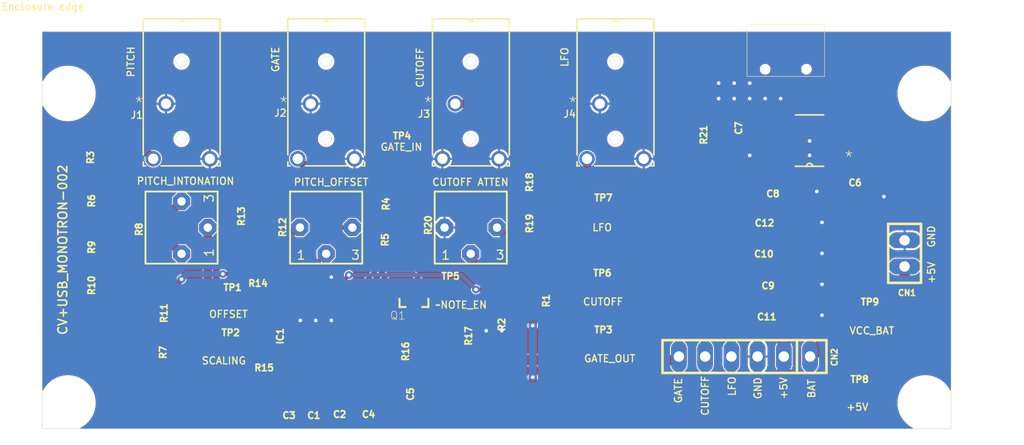
<source format=kicad_pcb>
(kicad_pcb (version 20221018) (generator pcbnew)
  (layers (0 "F.Cu" signal) (31 "B.Cu" signal) (34 "B.Paste" user) (35 "F.Paste" user) (36 "B.SilkS" user "B.Silkscreen") (37 "F.SilkS" user "F.Silkscreen") (38 "B.Mask" user) (39 "F.Mask" user) (44 "Edge.Cuts" user))
  (net 0 "")
  (net 1 "GND")
  (net 2 "VCC_USB")
  (net 3 "VCC_BATTERY")
  (net 4 "N$1")
  (net 5 "N$2")
  (net 6 "N$4")
  (net 7 "N$3")
  (net 8 "N$5")
  (net 9 "GATE_MONOTRON")
  (net 10 "N$8")
  (net 11 "N$9")
  (net 12 "N$10")
  (net 13 "N$11")
  (net 14 "N$13")
  (net 15 "N$15")
  (net 16 "N$16")
  (net 17 "N$17")
  (net 18 "N$18")
  (net 19 "N$19")
  (net 20 "N$20")
  (net 21 "CUTOFF_MONOTRON")
  (net 22 "+5V")
  (net 23 "N$12")
  (net 24 "LFO")
  (net 25 "N$14")
  (net 26 "N$7")
  (net 27 "N$21")
  (net 28 "N$22")
  (footprint "Monotron-002:47589-0001" (layer "F.Cu") (at 176.5011 87.2536 180)
    (fp_text reference "X1" hide)
    (fp_text value "MICRO-USB-RECEPTACLE47589-0001" hide)
  )
  (footprint "Monotron-002:B1,27" (layer "F.Cu") (at 123.0011 116.2536)
    (fp_text reference "TP2")
    (fp_text value "TPB1,27")
  )
  (footprint "Monotron-002:B1,27" (layer "F.Cu") (at 123.0011 111.7536)
    (fp_text reference "TP1")
    (fp_text value "TPB1,27")
  )
  (footprint "Monotron-002:B1,27" (layer "F.Cu") (at 144.0011 110.7536)
    (fp_text reference "TP5")
    (fp_text value "TPB1,27")
  )
  (footprint "Monotron-002:R0603" (layer "F.Cu") (at 139.0011 102.2536 90)
    (fp_text reference "R4")
    (fp_text value "47k")
  )
  (footprint "Monotron-002:3362R" (layer "F.Cu") (at 146.0011 104.7536)
    (fp_text reference "R20")
    (fp_text value "500k trimmer")
  )
  (footprint "Monotron-002:R0603" (layer "F.Cu") (at 117.5011 112.7536 -90)
    (fp_text reference "R11")
    (fp_text value "10k")
  )
  (footprint "Monotron-002:C0805" (layer "F.Cu") (at 177.4611 107.2336)
    (fp_text reference "C10")
    (fp_text value "47u")
  )
  (footprint "Monotron-002:R0603" (layer "F.Cu") (at 153.0011 100.7536 90)
    (fp_text reference "R18")
    (fp_text value "68k")
  )
  (footprint "Monotron-002:R0603" (layer "F.Cu") (at 149.0011 111.7536 -90)
    (fp_text reference "R2")
    (fp_text value "10k")
  )
  (footprint "Monotron-002:C0805" (layer "F.Cu") (at 138.5011 120.7536 90)
    (fp_text reference "C5")
    (fp_text value "10u")
  )
  (footprint "Monotron-002:R0603" (layer "F.Cu") (at 110.5011 98.2536 -90)
    (fp_text reference "R3")
    (fp_text value "47k")
  )
  (footprint "Monotron-002:R0603" (layer "F.Cu") (at 141.0011 116.7536 90)
    (fp_text reference "R16")
    (fp_text value "47k")
  )
  (footprint "Monotron-002:C0603" (layer "F.Cu") (at 133.5011 120.7536 90)
    (fp_text reference "C2")
    (fp_text value "10n")
  )
  (footprint "Monotron-002:C0603" (layer "F.Cu") (at 177.3611 101.3836)
    (fp_text reference "C8")
    (fp_text value "1u")
  )
  (footprint "Monotron-002:C0603" (layer "F.Cu") (at 131.0011 120.7536 90)
    (fp_text reference "C1")
    (fp_text value "1n")
  )
  (footprint "Monotron-002:R0603" (layer "F.Cu") (at 110.5011 102.2536 90)
    (fp_text reference "R6")
    (fp_text value "3k3")
  )
  (footprint "Monotron-002:R0603" (layer "F.Cu") (at 139.0011 106.2536 -90)
    (fp_text reference "R5")
    (fp_text value "33k")
  )
  (footprint "Monotron-002:STX-3000_KYC" (layer "F.Cu") (at 144.5011 92.7536)
    (fp_text reference "J3")
    (fp_text value "cutoff_CV" hide)
  )
  (footprint "Monotron-002:3362R" (layer "F.Cu") (at 118.0011 104.7536 90)
    (fp_text reference "R8")
    (fp_text value "10k trimmer")
  )
  (footprint "Monotron-002:R0603" (layer "F.Cu") (at 110.5011 106.7536 90)
    (fp_text reference "R9")
    (fp_text value "33k")
  )
  (footprint "Monotron-002:R0603" (layer "F.Cu") (at 169.9511 95.3336 90)
    (fp_text reference "R21")
    (fp_text value "10k")
  )
  (footprint "Monotron-002:R0603" (layer "F.Cu") (at 125.5011 116.2536 -90)
    (fp_text reference "R15")
    (fp_text value "47k")
  )
  (footprint "Monotron-002:C0603" (layer "F.Cu") (at 128.5011 120.7536 90)
    (fp_text reference "C3")
    (fp_text value "100n")
  )
  (footprint "Monotron-002:SOT23-3" (layer "F.Cu") (at 140.5011 111.7536 180)
    (fp_text reference "Q1")
    (fp_text value "N-MOSFET")
  )
  (footprint "Monotron-002:R0603" (layer "F.Cu") (at 144.5011 115.2536 90)
    (fp_text reference "R17")
    (fp_text value "47k")
  )
  (footprint "Monotron-002:R0603" (layer "F.Cu") (at 125.0011 104.2536 -90)
    (fp_text reference "R13")
    (fp_text value "47k")
  )
  (footprint "Monotron-002:R0603" (layer "F.Cu") (at 152.0011 111.7536 90)
    (fp_text reference "R1")
    (fp_text value "47k")
  )
  (footprint "Monotron-002:C0603" (layer "F.Cu") (at 136.0011 120.7536 90)
    (fp_text reference "C4")
    (fp_text value "1u")
  )
  (footprint "Monotron-002:R0603" (layer "F.Cu") (at 125.5011 112.2536 90)
    (fp_text reference "R14")
    (fp_text value "47k")
  )
  (footprint "Monotron-002:R0603" (layer "F.Cu") (at 117.5011 116.7536 -90)
    (fp_text reference "R7")
    (fp_text value "100k")
  )
  (footprint "Monotron-002:B1,27" (layer "F.Cu") (at 139.0011 98.2536)
    (fp_text reference "TP4")
    (fp_text value "TPB1,27")
  )
  (footprint "Monotron-002:STX-3000_KYC" (layer "F.Cu") (at 130.5011 92.7536)
    (fp_text reference "J2")
    (fp_text value "gate_CV" hide)
  )
  (footprint "Monotron-002:B1,27" (layer "F.Cu") (at 183.5011 120.7536)
    (fp_text reference "TP8")
    (fp_text value "TPB1,27")
  )
  (footprint "Monotron-002:D8" (layer "F.Cu") (at 178.8011 96.3236 180)
    (fp_text reference "U1")
    (fp_text value "TPS2105D" hide)
  )
  (footprint "Monotron-002:B1,27" (layer "F.Cu") (at 158.6011 110.4536)
    (fp_text reference "TP6")
    (fp_text value "TPB1,27")
  )
  (footprint "Monotron-002:3362R" (layer "F.Cu") (at 132.0011 104.7536)
    (fp_text reference "R12")
    (fp_text value "10k trimmer")
  )
  (footprint "Monotron-002:SIP-100-6V" (layer "F.Cu") (at 172.5011 117.2536 180)
    (fp_text reference "CN2")
    (fp_text value "")
  )
  (footprint "Monotron-002:B1,27" (layer "F.Cu") (at 184.5011 113.2536)
    (fp_text reference "TP9")
    (fp_text value "TPB1,27")
  )
  (footprint "Monotron-002:SIP-100-2V" (layer "F.Cu") (at 188.0011 107.2536 90)
    (fp_text reference "CN1")
    (fp_text value "")
  )
  (footprint "Monotron-002:SO14" (layer "F.Cu") (at 132.5011 114.2536)
    (fp_text reference "IC1")
    (fp_text value "LM324D")
  )
  (footprint "Monotron-002:C0805" (layer "F.Cu") (at 177.5011 113.2536)
    (fp_text reference "C11")
    (fp_text value "47u")
  )
  (footprint "Monotron-002:R0603" (layer "F.Cu") (at 110.5011 110.7536 90)
    (fp_text reference "R10")
    (fp_text value "6k8")
  )
  (footprint "Monotron-002:STX-3000_KYC" (layer "F.Cu") (at 116.5011 92.7536)
    (fp_text reference "J1")
    (fp_text value "pitch_CV" hide)
  )
  (footprint "Monotron-002:STX-3000_KYC" (layer "F.Cu") (at 158.5011 92.7536)
    (fp_text reference "J4")
    (fp_text value "LFO" hide)
  )
  (footprint "Monotron-002:B1,27" (layer "F.Cu") (at 158.5011 103.2536)
    (fp_text reference "TP7")
    (fp_text value "TPB1,27")
  )
  (footprint "Monotron-002:C0805" (layer "F.Cu") (at 177.4611 110.2536)
    (fp_text reference "C9")
    (fp_text value "47u")
  )
  (footprint "Monotron-002:C0603" (layer "F.Cu") (at 183.4011 101.8036)
    (fp_text reference "C6")
    (fp_text value "220n")
  )
  (footprint "Monotron-002:C0603" (layer "F.Cu") (at 173.1511 95.3036 -90)
    (fp_text reference "C7")
    (fp_text value "220n")
  )
  (footprint "Monotron-002:R0603" (layer "F.Cu") (at 153.0011 104.7536 90)
    (fp_text reference "R19")
    (fp_text value "68k")
  )
  (footprint "Monotron-002:C0805" (layer "F.Cu") (at 177.5011 104.2336)
    (fp_text reference "C12")
    (fp_text value "47u")
  )
  (footprint "Monotron-002:B1,27" (layer "F.Cu") (at 158.8011 115.9536)
    (fp_text reference "TP3")
    (fp_text value "TPB1,27")
  )
  (gr_line (start 104.5011 85.7536) (end 104.5011 124.2536) (stroke (width 0.05)) (layer "Edge.Cuts"))
  (gr_line (start 192.5011 124.2536) (end 192.5011 85.7536) (stroke (width 0.05)) (layer "Edge.Cuts"))
  (gr_line (start 192.5011 85.7536) (end 104.5011 85.7536) (stroke (width 0.05)) (layer "Edge.Cuts"))
  (gr_line (start 104.5011 124.2536) (end 192.5011 124.2536) (stroke (width 0.05)) (layer "Edge.Cuts"))
  (gr_text "+5V" (at 191.0011 110.2536 90) (layer "F.SilkS") (effects (font (size 0.69088 0.69088) (thickness 0.12192)) (justify left bottom)))
  (gr_text "J3" (at 140.8011 94.1536) (layer "F.SilkS") (effects (font (size 0.69088 0.69088) (thickness 0.12192)) (justify left bottom)))
  (gr_text "BAT" (at 179.4011 121.3536 90) (layer "F.SilkS") (effects (font (size 0.69088 0.69088) (thickness 0.12192)) (justify left bottom)))
  (gr_text "~NOTE_EN" (at 142.5011 112.6536) (layer "F.SilkS") (effects (font (size 0.69088 0.69088) (thickness 0.12192)) (justify left bottom)))
  (gr_text "GATE_IN" (at 137.2011 97.3536) (layer "F.SilkS") (effects (font (size 0.69088 0.69088) (thickness 0.12192)) (justify left bottom)))
  (gr_text "CUTOFF ATTEN" (at 142.2011 100.7536) (layer "F.SilkS") (effects (font (size 0.69088 0.69088) (thickness 0.12192)) (justify left bottom)))
  (gr_text "CUTOFF" (at 169.1011 123.0536 90) (layer "F.SilkS") (effects (font (size 0.69088 0.69088) (thickness 0.12192)) (justify left bottom)))
  (gr_text "PITCH_OFFSET" (at 128.8011 100.7536) (layer "F.SilkS") (effects (font (size 0.69088 0.69088) (thickness 0.12192)) (justify left bottom)))
  (gr_text "LFO" (at 157.7011 105.1536) (layer "F.SilkS") (effects (font (size 0.69088 0.69088) (thickness 0.12192)) (justify left bottom)))
  (gr_text "Enclosure edge" (at 100.5011 83.7536) (layer "F.SilkS") (effects (font (size 0.69088 0.69088) (thickness 0.12192)) (justify left bottom)))
  (gr_text "J4" (at 154.9011 94.1536) (layer "F.SilkS") (effects (font (size 0.69088 0.69088) (thickness 0.12192)) (justify left bottom)))
  (gr_text "CUTOFF" (at 141.5011 91.2536 90) (layer "F.SilkS") (effects (font (size 0.69088 0.69088) (thickness 0.12192)) (justify left bottom)))
  (gr_text "+5V" (at 182.3011 122.5536) (layer "F.SilkS") (effects (font (size 0.69088 0.69088) (thickness 0.12192)) (justify left bottom)))
  (gr_text "GATE" (at 127.5011 89.7536 90) (layer "F.SilkS") (effects (font (size 0.69088 0.69088) (thickness 0.12192)) (justify left bottom)))
  (gr_text "VCC_BAT" (at 182.6011 115.1536) (layer "F.SilkS") (effects (font (size 0.69088 0.69088) (thickness 0.12192)) (justify left bottom)))
  (gr_text "CUTOFF" (at 156.8011 112.3536) (layer "F.SilkS") (effects (font (size 0.69088 0.69088) (thickness 0.12192)) (justify left bottom)))
  (gr_text "LFO" (at 155.5011 89.2536 90) (layer "F.SilkS") (effects (font (size 0.69088 0.69088) (thickness 0.12192)) (justify left bottom)))
  (gr_text "+5V" (at 176.7011 121.4536 90) (layer "F.SilkS") (effects (font (size 0.69088 0.69088) (thickness 0.12192)) (justify left bottom)))
  (gr_text "J2" (at 126.9011 94.0536) (layer "F.SilkS") (effects (font (size 0.69088 0.69088) (thickness 0.12192)) (justify left bottom)))
  (gr_text "PITCH" (at 113.5011 90.2536 90) (layer "F.SilkS") (effects (font (size 0.69088 0.69088) (thickness 0.12192)) (justify left bottom)))
  (gr_text "CV+USB_MONOTRON-002" (at 107.0011 115.2536 90) (layer "F.SilkS") (effects (font (size 0.8636 0.8636) (thickness 0.1524)) (justify left bottom)))
  (gr_text "LFO" (at 171.7011 121.1536 90) (layer "F.SilkS") (effects (font (size 0.69088 0.69088) (thickness 0.12192)) (justify left bottom)))
  (gr_text "GND" (at 174.2011 121.4536 90) (layer "F.SilkS") (effects (font (size 0.69088 0.69088) (thickness 0.12192)) (justify left bottom)))
  (gr_text "GND" (at 191.0011 106.7536 90) (layer "F.SilkS") (effects (font (size 0.69088 0.69088) (thickness 0.12192)) (justify left bottom)))
  (gr_text "GATE" (at 166.5011 121.8536 90) (layer "F.SilkS") (effects (font (size 0.69088 0.69088) (thickness 0.12192)) (justify left bottom)))
  (gr_text "SCALING" (at 124.3011 117.2536) (layer "F.SilkS") (effects (font (size 0.69088 0.69088) (thickness 0.12192)) (justify right top)))
  (gr_text "GATE_OUT" (at 156.9011 117.8536) (layer "F.SilkS") (effects (font (size 0.69088 0.69088) (thickness 0.12192)) (justify left bottom)))
  (gr_text "PITCH_INTONATION" (at 113.6011 100.6536) (layer "F.SilkS") (effects (font (size 0.69088 0.69088) (thickness 0.12192)) (justify left bottom)))
  (gr_text "J1" (at 113.0011 94.2536) (layer "F.SilkS") (effects (font (size 0.69088 0.69088) (thickness 0.12192)) (justify left bottom)))
  (gr_text "OFFSET" (at 120.6011 113.5536) (layer "F.SilkS") (effects (font (size 0.69088 0.69088) (thickness 0.12192)) (justify left bottom)))
  (segment (start 175.2011 90.0536) (end 175.2011 90.9536) (width 0.4064) (layer "F.Cu") (net 1))
  (segment (start 185.9511 101.8036) (end 186.0011 101.7536) (width 0.8128) (layer "F.Cu") (net 1))
  (segment (start 178.4711 104.2536) (end 180.0011 104.2536) (width 0.8128) (layer "F.Cu") (net 1))
  (segment (start 178.3411 101.2536) (end 179.5011 101.2536) (width 0.8128) (layer "F.Cu") (net 1))
  (segment (start 178.4111 107.2336) (end 178.4311 107.2536) (width 0.8128) (layer "F.Cu") (net 1))
  (segment (start 178.4311 107.2536) (end 180.0011 107.2536) (width 0.8128) (layer "F.Cu") (net 1))
  (segment (start 178.4111 110.2536) (end 180.0011 110.2536) (width 0.8128) (layer "F.Cu") (net 1))
  (segment (start 178.2111 101.3836) (end 178.3411 101.2536) (width 0.8128) (layer "F.Cu") (net 1))
  (segment (start 175.2011 90.9536) (end 174.6011 91.5536) (width 0.4064) (layer "F.Cu") (net 1))
  (segment (start 184.2511 101.8036) (end 185.9511 101.8036) (width 0.8128) (layer "F.Cu") (net 1))
  (segment (start 178.4511 113.2536) (end 180.0011 113.2536) (width 0.8128) (layer "F.Cu") (net 1))
  (segment (start 169.9511 96.1836) (end 170.0011 96.2336) (width 0.8128) (layer "F.Cu") (net 1))
  (segment (start 178.4511 104.2336) (end 178.4711 104.2536) (width 0.8128) (layer "F.Cu") (net 1))
  (via (at 129.5011 113.7536) (size 0.7564) (drill 0.35) (layers "F.Cu" "B.Cu") (net 1))
  (via (at 179.5011 101.2536) (size 0.7564) (drill 0.35) (layers "F.Cu" "B.Cu") (net 1))
  (via (at 178.8011 96.3536) (size 0.7564) (drill 0.35) (layers "F.Cu" "B.Cu") (net 1))
  (via (at 180.0011 107.2536) (size 0.7564) (drill 0.35) (layers "F.Cu" "B.Cu") (net 1))
  (via (at 180.0011 110.2536) (size 0.7564) (drill 0.35) (layers "F.Cu" "B.Cu") (net 1))
  (via (at 171.5011 90.7536) (size 0.7564) (drill 0.35) (layers "F.Cu" "B.Cu") (net 1))
  (via (at 180.0011 113.2536) (size 0.7564) (drill 0.35) (layers "F.Cu" "B.Cu") (net 1))
  (via (at 131.0011 113.7536) (size 0.7564) (drill 0.35) (layers "F.Cu" "B.Cu") (net 1))
  (via (at 171.5011 92.2536) (size 0.7564) (drill 0.35) (layers "F.Cu" "B.Cu") (net 1))
  (via (at 149.0011 114.7536) (size 0.7564) (drill 0.35) (layers "F.Cu" "B.Cu") (net 1))
  (via (at 178.8011 97.7536) (size 0.7564) (drill 0.35) (layers "F.Cu" "B.Cu") (net 1))
  (via (at 173.0011 92.2536) (size 0.7564) (drill 0.35) (layers "F.Cu" "B.Cu") (net 1))
  (via (at 170.0011 92.2536) (size 0.7564) (drill 0.35) (layers "F.Cu" "B.Cu") (net 1))
  (via (at 176.0011 92.2536) (size 0.7564) (drill 0.35) (layers "F.Cu" "B.Cu") (net 1))
  (via (at 132.5011 113.7536) (size 0.7564) (drill 0.35) (layers "F.Cu" "B.Cu") (net 1))
  (via (at 147.5011 114.7536) (size 0.7564) (drill 0.35) (layers "F.Cu" "B.Cu") (net 1))
  (via (at 170.0011 90.7536) (size 0.7564) (drill 0.35) (layers "F.Cu" "B.Cu") (net 1))
  (via (at 173.0011 90.7536) (size 0.7564) (drill 0.35) (layers "F.Cu" "B.Cu") (net 1))
  (via (at 174.5011 92.2536) (size 0.7564) (drill 0.35) (layers "F.Cu" "B.Cu") (net 1))
  (via (at 173.0011 97.7536) (size 0.7564) (drill 0.35) (layers "F.Cu" "B.Cu") (net 1))
  (via (at 186.0011 101.7536) (size 0.7564) (drill 0.35) (layers "F.Cu" "B.Cu") (net 1))
  (via (at 132.5011 109.5536) (size 0.7564) (drill 0.35) (layers "F.Cu" "B.Cu") (net 1))
  (via (at 180.0011 104.2536) (size 0.7564) (drill 0.35) (layers "F.Cu" "B.Cu") (net 1))
  (segment (start 181.1999 95.7536) (end 181.2649 95.6886) (width 0.4064) (layer "F.Cu") (net 2))
  (segment (start 173.1511 94.4536) (end 173.1861 94.4186) (width 0.8128) (layer "F.Cu") (net 2))
  (segment (start 169.9811 94.4536) (end 173.1511 94.4536) (width 0.4064) (layer "F.Cu") (net 2))
  (segment (start 177.8011 91.7536) (end 177.8011 92.9548) (width 0.8128) (layer "F.Cu") (net 2))
  (segment (start 176.3373 94.4186) (end 178.6661 94.4186) (width 0.4064) (layer "F.Cu") (net 2))
  (segment (start 169.9511 94.4836) (end 169.9811 94.4536) (width 0.4064) (layer "F.Cu") (net 2))
  (segment (start 180.0011 95.7536) (end 181.1999 95.7536) (width 0.4064) (layer "F.Cu") (net 2))
  (segment (start 177.8011 90.0536) (end 177.8011 91.7536) (width 0.4064) (layer "F.Cu") (net 2))
  (segment (start 173.1861 94.4186) (end 176.3373 94.4186) (width 0.8128) (layer "F.Cu") (net 2))
  (segment (start 178.6661 94.4186) (end 180.0011 95.7536) (width 0.4064) (layer "F.Cu") (net 2))
  (segment (start 176.3373 94.4186) (end 177.8011 92.9548) (width 0.8128) (layer "F.Cu") (net 2))
  (segment (start 182.5511 113.5536) (end 178.8511 117.2536) (width 1.27) (layer "F.Cu") (net 3))
  (segment (start 182.5511 101.8036) (end 182.5511 99.5148) (width 0.8128) (layer "F.Cu") (net 3))
  (segment (start 184.5011 113.2536) (end 182.5511 113.2536) (width 0.4064) (layer "F.Cu") (net 3))
  (segment (start 182.5511 101.8036) (end 182.5511 113.2536) (width 1.27) (layer "F.Cu") (net 3))
  (segment (start 182.5511 113.2536) (end 182.5511 113.5536) (width 1.27) (layer "F.Cu") (net 3))
  (segment (start 182.5511 99.5148) (end 181.2649 98.2286) (width 0.8128) (layer "F.Cu") (net 3))
  (segment (start 110.5011 99.1036) (end 110.5011 101.4036) (width 0.8128) (layer "F.Cu") (net 4))
  (segment (start 110.5011 107.6036) (end 110.5011 109.9036) (width 0.8128) (layer "F.Cu") (net 5))
  (segment (start 114.5725 97.4036) (end 115.2565 98.0876) (width 0.8128) (layer "F.Cu") (net 6))
  (segment (start 110.5011 97.4036) (end 114.5725 97.4036) (width 0.8128) (layer "F.Cu") (net 6))
  (segment (start 125.7511 116.8536) (end 128.6911 116.8536) (width 0.4064) (layer "F.Cu") (net 7))
  (segment (start 123.8511 117.1036) (end 123.0011 116.2536) (width 0.4064) (layer "F.Cu") (net 7))
  (segment (start 128.6911 116.8536) (end 129.9611 116.8536) (width 0.4064) (layer "F.Cu") (net 7))
  (segment (start 125.5011 117.1036) (end 123.8511 117.1036) (width 0.4064) (layer "F.Cu") (net 7))
  (segment (start 125.5011 117.1036) (end 125.7511 116.8536) (width 0.4064) (layer "F.Cu") (net 7))
  (segment (start 125.5011 114.9536) (end 133.4711 114.9536) (width 0.4064) (layer "F.Cu") (net 8))
  (segment (start 134.7011 114.0536) (end 133.7711 114.9836) (width 0.4064) (layer "F.Cu") (net 8))
  (segment (start 133.7711 115.2536) (end 133.7711 116.8536) (width 0.4064) (layer "F.Cu") (net 8))
  (segment (start 139.3011 114.0536) (end 134.7011 114.0536) (width 0.4064) (layer "F.Cu") (net 8))
  (segment (start 140.5011 112.8536) (end 139.3011 114.0536) (width 0.4064) (layer "F.Cu") (net 8))
  (segment (start 133.4711 114.9536) (end 133.7711 115.2536) (width 0.4064) (layer "F.Cu") (net 8))
  (segment (start 133.7711 114.9836) (end 133.7711 115.2536) (width 0.4064) (layer "F.Cu") (net 8))
  (segment (start 125.5011 114.9536) (end 125.5011 113.1036) (width 0.4064) (layer "F.Cu") (net 8))
  (segment (start 125.5011 115.4036) (end 125.5011 114.9536) (width 0.4064) (layer "F.Cu") (net 8))
  (segment (start 158.5011 117.6036) (end 162.0011 117.6036) (width 1.016) (layer "F.Cu") (net 9))
  (segment (start 141.0011 117.6036) (end 158.5011 117.6036) (width 1.016) (layer "F.Cu") (net 9))
  (segment (start 158.8011 117.3036) (end 158.5011 117.6036) (width 0.4064) (layer "F.Cu") (net 9))
  (segment (start 136.3111 116.8536) (end 137.6011 116.8536) (width 0.8128) (layer "F.Cu") (net 9))
  (segment (start 162.0011 117.6036) (end 165.8011 117.6036) (width 1.016) (layer "F.Cu") (net 9))
  (segment (start 137.6011 116.8536) (end 138.3011 117.5536) (width 0.8128) (layer "F.Cu") (net 9))
  (segment (start 140.9511 117.5536) (end 138.3011 117.5536) (width 0.8128) (layer "F.Cu") (net 9))
  (segment (start 165.8011 117.6036) (end 166.1511 117.2536) (width 1.016) (layer "F.Cu") (net 9))
  (segment (start 158.8011 115.9536) (end 158.8011 117.3036) (width 0.4064) (layer "F.Cu") (net 9))
  (segment (start 141.0011 117.6036) (end 140.9511 117.5536) (width 0.8128) (layer "F.Cu") (net 9))
  (segment (start 153.0011 95.2536) (end 153.0011 99.9036) (width 0.8128) (layer "F.Cu") (net 10))
  (segment (start 144.5011 92.7536) (end 150.5011 92.7536) (width 0.8128) (layer "F.Cu") (net 10))
  (segment (start 150.5011 92.7536) (end 153.0011 95.2536) (width 0.8128) (layer "F.Cu") (net 10))
  (segment (start 153.0011 103.9036) (end 153.0011 101.6036) (width 0.8128) (layer "F.Cu") (net 11))
  (segment (start 149.8911 106.1036) (end 148.5411 104.7536) (width 0.8128) (layer "F.Cu") (net 12))
  (segment (start 153.0011 105.6036) (end 152.5011 106.1036) (width 0.8128) (layer "F.Cu") (net 12))
  (segment (start 152.5011 106.1036) (end 149.8911 106.1036) (width 0.8128) (layer "F.Cu") (net 12))
  (segment (start 110.5011 105.9036) (end 116.6111 105.9036) (width 0.8128) (layer "F.Cu") (net 13))
  (segment (start 116.6111 105.9036) (end 118.0011 107.2936) (width 0.8128) (layer "F.Cu") (net 13))
  (segment (start 110.5011 103.1036) (end 117.1111 103.1036) (width 0.8128) (layer "F.Cu") (net 14))
  (segment (start 117.1111 103.1036) (end 118.0011 102.2136) (width 0.8128) (layer "F.Cu") (net 14))
  (segment (start 125.0011 105.1036) (end 129.1111 105.1036) (width 0.8128) (layer "F.Cu") (net 15))
  (segment (start 129.1111 105.1036) (end 129.4611 104.7536) (width 0.8128) (layer "F.Cu") (net 15))
  (segment (start 117.5011 110.2536) (end 118.0011 109.7536) (width 0.6096) (layer "F.Cu") (net 16))
  (segment (start 117.5011 111.9036) (end 117.5011 110.2536) (width 0.6096) (layer "F.Cu") (net 16))
  (segment (start 132.0011 104.7536) (end 134.5411 104.7536) (width 0.4064) (layer "F.Cu") (net 16))
  (segment (start 127.5011 109.2536) (end 132.0011 104.7536) (width 0.4064) (layer "F.Cu") (net 16))
  (segment (start 122.0011 109.2536) (end 127.5011 109.2536) (width 0.4064) (layer "F.Cu") (net 16))
  (via (at 122.0011 109.2536) (size 0.7564) (drill 0.35) (layers "F.Cu" "B.Cu") (net 16))
  (via (at 118.0011 109.7536) (size 0.7564) (drill 0.35) (layers "F.Cu" "B.Cu") (net 16))
  (segment (start 118.0011 109.7536) (end 118.5011 109.2536) (width 0.6096) (layer "B.Cu") (net 16))
  (segment (start 118.5011 109.2536) (end 122.0011 109.2536) (width 0.6096) (layer "B.Cu") (net 16))
  (segment (start 117.5011 115.9036) (end 117.5011 113.6036) (width 0.6096) (layer "F.Cu") (net 17))
  (segment (start 131.4225 100.2536) (end 137.8511 100.2536) (width 0.8128) (layer "F.Cu") (net 18))
  (segment (start 129.2565 98.0876) (end 131.4225 100.2536) (width 0.8128) (layer "F.Cu") (net 18))
  (segment (start 137.8511 100.2536) (end 139.0011 101.4036) (width 0.8128) (layer "F.Cu") (net 18))
  (segment (start 138.3511 105.4036) (end 139.0011 105.4036) (width 0.4064) (layer "F.Cu") (net 19))
  (segment (start 141.0011 102.2536) (end 140.1511 103.1036) (width 0.4064) (layer "F.Cu") (net 19))
  (segment (start 135.0411 111.6536) (end 135.0411 110.7136) (width 0.4064) (layer "F.Cu") (net 19))
  (segment (start 141.0011 99.7536) (end 141.0011 102.2536) (width 0.4064) (layer "F.Cu") (net 19))
  (segment (start 140.1511 103.1036) (end 139.0011 103.1036) (width 0.4064) (layer "F.Cu") (net 19))
  (segment (start 139.0011 103.1036) (end 139.0011 105.4036) (width 0.8128) (layer "F.Cu") (net 19))
  (segment (start 137.0011 106.7536) (end 138.3511 105.4036) (width 0.4064) (layer "F.Cu") (net 19))
  (segment (start 139.0011 98.2536) (end 139.5011 98.2536) (width 0.4064) (layer "F.Cu") (net 19))
  (segment (start 139.5011 98.2536) (end 141.0011 99.7536) (width 0.4064) (layer "F.Cu") (net 19))
  (segment (start 137.0011 108.7536) (end 137.0011 106.7536) (width 0.4064) (layer "F.Cu") (net 19))
  (segment (start 135.0411 110.7136) (end 137.0011 108.7536) (width 0.4064) (layer "F.Cu") (net 19))
  (segment (start 133.7711 109.7836) (end 134.2011 109.3536) (width 0.4064) (layer "F.Cu") (net 20))
  (segment (start 146.5011 110.7536) (end 148.8511 110.7536) (width 0.4064) (layer "F.Cu") (net 20))
  (segment (start 133.7711 111.6536) (end 133.7711 109.7836) (width 0.4064) (layer "F.Cu") (net 20))
  (segment (start 148.8511 110.7536) (end 149.0011 110.9036) (width 0.4064) (layer "F.Cu") (net 20))
  (segment (start 149.0011 110.9036) (end 152.0011 110.9036) (width 0.4064) (layer "F.Cu") (net 20))
  (via (at 134.2011 109.3536) (size 0.7564) (drill 0.35) (layers "F.Cu" "B.Cu") (net 20))
  (via (at 146.5011 110.7536) (size 0.7564) (drill 0.35) (layers "F.Cu" "B.Cu") (net 20))
  (segment (start 146.5011 110.7536) (end 145.1011 109.3536) (width 0.4064) (layer "B.Cu") (net 20))
  (segment (start 145.1011 109.3536) (end 134.2011 109.3536) (width 0.4064) (layer "B.Cu") (net 20))
  (segment (start 146.0011 107.7536) (end 147.0011 108.7536) (width 0.8128) (layer "F.Cu") (net 21))
  (segment (start 147.0011 108.7536) (end 158.5011 108.7536) (width 0.8128) (layer "F.Cu") (net 21))
  (segment (start 162.5011 108.7536) (end 168.6911 114.9436) (width 0.8128) (layer "F.Cu") (net 21))
  (segment (start 146.0011 107.2936) (end 146.0011 107.7536) (width 0.8128) (layer "F.Cu") (net 21))
  (segment (start 168.6911 114.9436) (end 168.6911 117.2536) (width 0.8128) (layer "F.Cu") (net 21))
  (segment (start 158.5011 110.3536) (end 158.5011 108.7536) (width 0.4064) (layer "F.Cu") (net 21))
  (segment (start 158.6011 110.4536) (end 158.5011 110.3536) (width 0.4064) (layer "F.Cu") (net 21))
  (segment (start 158.5011 108.7536) (end 162.5011 108.7536) (width 0.8128) (layer "F.Cu") (net 21))
  (segment (start 176.5111 107.2336) (end 176.5111 104.2736) (width 1.27) (layer "F.Cu") (net 22))
  (segment (start 176.5011 110.2436) (end 176.5011 106.2536) (width 1.27) (layer "F.Cu") (net 22))
  (segment (start 176.3373 96.9586) (end 176.3373 98.2286) (width 0.4064) (layer "F.Cu") (net 22))
  (segment (start 181.0011 120.7536) (end 182.2511 119.5036) (width 1.016) (layer "F.Cu") (net 22))
  (segment (start 178.1211 120.7536) (end 181.0011 120.7536) (width 1.016) (layer "F.Cu") (net 22))
  (segment (start 176.3111 106.4436) (end 176.3111 113.2536) (width 1.27) (layer "F.Cu") (net 22))
  (segment (start 183.5011 120.7536) (end 182.2511 119.5036) (width 0.4064) (layer "F.Cu") (net 22))
  (segment (start 152.0011 119.2536) (end 152.0011 120.7536) (width 0.8128) (layer "F.Cu") (net 22))
  (segment (start 188.0011 113.7536) (end 188.0011 108.5236) (width 1.016) (layer "F.Cu") (net 22))
  (segment (start 132.5011 116.8536) (end 132.5011 118.2536) (width 0.4064) (layer "F.Cu") (net 22))
  (segment (start 136.0011 119.9036) (end 133.5011 119.9036) (width 1.27) (layer "F.Cu") (net 22))
  (segment (start 176.5111 104.2736) (end 176.5511 104.2336) (width 1.27) (layer "F.Cu") (net 22))
  (segment (start 132.5011 119.9036) (end 131.0011 119.9036) (width 1.27) (layer "F.Cu") (net 22))
  (segment (start 176.5111 110.2536) (end 176.5111 107.2336) (width 1.27) (layer "F.Cu") (net 22))
  (segment (start 132.5011 119.9036) (end 132.5011 118.2536) (width 0.8128) (layer "F.Cu") (net 22))
  (segment (start 138.4011 119.9036) (end 136.0011 119.9036) (width 1.27) (layer "F.Cu") (net 22))
  (segment (start 131.0011 119.9036) (end 128.5011 119.9036) (width 1.27) (layer "F.Cu") (net 22))
  (segment (start 174.5011 120.7536) (end 152.0011 120.7536) (width 1.27) (layer "F.Cu") (net 22))
  (segment (start 176.5111 98.4024) (end 176.5111 101.3836) (width 1.27) (layer "F.Cu") (net 22))
  (segment (start 133.5011 119.9036) (end 132.5011 119.9036) (width 1.27) (layer "F.Cu") (net 22))
  (segment (start 176.3373 98.2286) (end 176.5111 98.4024) (width 1.27) (layer "F.Cu") (net 22))
  (segment (start 176.3111 118.9436) (end 178.1211 120.7536) (width 1.016) (layer "F.Cu") (net 22))
  (segment (start 176.5011 110.2436) (end 176.5111 110.2536) (width 1.27) (layer "F.Cu") (net 22))
  (segment (start 176.5511 113.2536) (end 176.3111 113.2536) (width 0.4064) (layer "F.Cu") (net 22))
  (segment (start 176.3111 113.2536) (end 176.3111 117.2536) (width 1.27) (layer "F.Cu") (net 22))
  (segment (start 176.5011 106.2536) (end 176.3111 106.4436) (width 1.27) (layer "F.Cu") (net 22))
  (segment (start 119.8011 119.9036) (end 117.5011 117.6036) (width 0.6096) (layer "F.Cu") (net 22))
  (segment (start 138.5011 119.8036) (end 138.5511 119.7536) (width 1.27) (layer "F.Cu") (net 22))
  (segment (start 176.3111 117.2536) (end 176.3111 118.9436) (width 1.27) (layer "F.Cu") (net 22))
  (segment (start 152.0011 112.6036) (end 152.0011 114.2536) (width 0.8128) (layer "F.Cu") (net 22))
  (segment (start 176.5111 104.1936) (end 176.5111 101.3836) (width 1.27) (layer "F.Cu") (net 22))
  (segment (start 142.0011 119.7536) (end 138.5511 119.7536) (width 1.27) (layer "F.Cu") (net 22))
  (segment (start 128.5011 119.9036) (end 119.8011 119.9036) (width 0.6096) (layer "F.Cu") (net 22))
  (segment (start 138.5011 119.8036) (end 138.4011 119.9036) (width 1.27) (layer "F.Cu") (net 22))
  (segment (start 152.0011 120.7536) (end 143.0011 120.7536) (width 1.27) (layer "F.Cu") (net 22))
  (segment (start 143.0011 120.7536) (end 142.0011 119.7536) (width 1.27) (layer "F.Cu") (net 22))
  (segment (start 176.5511 104.2336) (end 176.5111 104.1936) (width 1.27) (layer "F.Cu") (net 22))
  (segment (start 182.2511 119.5036) (end 188.0011 113.7536) (width 1.016) (layer "F.Cu") (net 22))
  (segment (start 176.3111 118.9436) (end 174.5011 120.7536) (width 1.27) (layer "F.Cu") (net 22))
  (via (at 152.0011 114.2536) (size 0.7564) (drill 0.35) (layers "F.Cu" "B.Cu") (net 22))
  (via (at 152.0011 119.2536) (size 0.7564) (drill 0.35) (layers "F.Cu" "B.Cu") (net 22))
  (segment (start 152.0011 114.2536) (end 152.0011 119.2536) (width 0.8128) (layer "B.Cu") (net 22))
  (segment (start 136.3111 110.9436) (end 138.0011 109.2536) (width 0.4064) (layer "F.Cu") (net 23))
  (segment (start 136.3111 111.6536) (end 136.3111 110.9436) (width 0.4064) (layer "F.Cu") (net 23))
  (segment (start 138.0011 109.2536) (end 140.5011 109.2536) (width 0.4064) (layer "F.Cu") (net 23))
  (segment (start 140.5011 109.2536) (end 141.4511 110.2036) (width 0.4064) (layer "F.Cu") (net 23))
  (segment (start 141.4511 110.7536) (end 144.0011 110.7536) (width 0.4064) (layer "F.Cu") (net 23))
  (segment (start 141.4511 110.2036) (end 141.4511 110.7536) (width 0.4064) (layer "F.Cu") (net 23))
  (segment (start 171.2311 113.9836) (end 159.5011 102.2536) (width 0.8128) (layer "F.Cu") (net 24))
  (segment (start 159.5011 102.2536) (end 157.2565 100.009) (width 0.8128) (layer "F.Cu") (net 24))
  (segment (start 158.5011 103.2536) (end 159.5011 102.2536) (width 0.4064) (layer "F.Cu") (net 24))
  (segment (start 171.2311 117.2536) (end 171.2311 113.9836) (width 0.8128) (layer "F.Cu") (net 24))
  (segment (start 157.2565 100.009) (end 157.2565 98.0876) (width 0.8128) (layer "F.Cu") (net 24))
  (segment (start 131.0011 118.7536) (end 126.5011 118.7536) (width 0.4064) (layer "F.Cu") (net 25))
  (segment (start 120.5411 104.7536) (end 120.5411 116.2936) (width 0.8128) (layer "F.Cu") (net 25))
  (segment (start 120.5411 116.2936) (end 123.0011 118.7536) (width 0.8128) (layer "F.Cu") (net 25))
  (segment (start 131.2311 118.5236) (end 131.0011 118.7536) (width 0.4064) (layer "F.Cu") (net 25))
  (segment (start 131.2311 116.8536) (end 131.2311 118.5236) (width 0.4064) (layer "F.Cu") (net 25))
  (segment (start 123.0011 118.7536) (end 126.5011 118.7536) (width 0.8128) (layer "F.Cu") (net 25))
  (segment (start 131.2311 108.0636) (end 132.0011 107.2936) (width 0.4064) (layer "F.Cu") (net 26))
  (segment (start 131.2311 111.6536) (end 131.2311 108.0636) (width 0.4064) (layer "F.Cu") (net 26))
  (segment (start 129.9611 111.6536) (end 128.6911 111.6536) (width 0.4064) (layer "F.Cu") (net 27))
  (segment (start 123.3511 111.4036) (end 123.0011 111.7536) (width 0.4064) (layer "F.Cu") (net 27))
  (segment (start 125.5011 111.4036) (end 123.3511 111.4036) (width 0.4064) (layer "F.Cu") (net 27))
  (segment (start 125.7511 111.6536) (end 125.5011 111.4036) (width 0.4064) (layer "F.Cu") (net 27))
  (segment (start 128.6911 111.6536) (end 125.7511 111.6536) (width 0.4064) (layer "F.Cu") (net 27))
  (segment (start 140.2011 114.9536) (end 141.0011 115.7536) (width 0.4064) (layer "F.Cu") (net 28))
  (segment (start 144.5011 116.1036) (end 141.2011 116.1036) (width 0.4064) (layer "F.Cu") (net 28))
  (segment (start 141.2011 116.1036) (end 141.0011 115.9036) (width 0.4064) (layer "F.Cu") (net 28))
  (segment (start 135.3011 114.9536) (end 140.2011 114.9536) (width 0.4064) (layer "F.Cu") (net 28))
  (segment (start 135.0411 115.2136) (end 135.3011 114.9536) (width 0.4064) (layer "F.Cu") (net 28))
  (segment (start 135.0411 116.8536) (end 135.0411 115.2136) (width 0.4064) (layer "F.Cu") (net 28))
  (segment (start 141.0011 115.7536) (end 141.0011 115.9036) (width 0.4064) (layer "F.Cu") (net 28))
  (zone (net 0) (net_name "") (layer "F.Cu") (connect_pads (clearance 0)) (min_thickness 0.25)
    (keepout (tracks not_allowed) (vias not_allowed) (pads not_allowed) (copperpour not_allowed) (footprints allowed))
    (fill (thermal_gap 0.5) (thermal_bridge_width 0.5))
    (polygon (pts (xy 109.7043 121.7536) (xy 109.684591 121.427765) (xy 109.62575 121.106682) (xy 109.528636 120.795032) (xy 109.394665 120.49736) (xy 109.22579 120.218007) (xy 109.024474 119.961047) (xy 108.793653 119.730226) (xy 108.536693 119.52891) (xy 108.25734 119.360035) (xy 107.959668 119.226064) (xy 107.648018 119.12895) (xy 107.326935 119.070109) (xy 107.0011 119.0504) (xy 106.675265 119.070109) (xy 106.354182 119.12895) (xy 106.042532 119.226064) (xy 105.74486 119.360035) (xy 105.465507 119.52891) (xy 105.208547 119.730226) (xy 104.977726 119.961047) (xy 104.77641 120.218007) (xy 104.607535 120.49736) (xy 104.473564 120.795032) (xy 104.37645 121.106682) (xy 104.317609 121.427765) (xy 104.2979 121.7536) (xy 104.317609 122.079435) (xy 104.37645 122.400518) (xy 104.473564 122.712168) (xy 104.607535 123.00984) (xy 104.77641 123.289193) (xy 104.977726 123.546153) (xy 105.208547 123.776974) (xy 105.465507 123.97829) (xy 105.74486 124.147165) (xy 106.042532 124.281136) (xy 106.354182 124.37825) (xy 106.675265 124.437091) (xy 107.0011 124.4568) (xy 107.326935 124.437091) (xy 107.648018 124.37825) (xy 107.959668 124.281136) (xy 108.25734 124.147165) (xy 108.536693 123.97829) (xy 108.793653 123.776974) (xy 109.024474 123.546153) (xy 109.22579 123.289193) (xy 109.394665 123.00984) (xy 109.528636 122.712168) (xy 109.62575 122.400518) (xy 109.684591 122.079435) (xy 109.7043 121.7536)))
    (polygon (pts (xy 109.2979 121.7536) (xy 109.278251 121.453807) (xy 109.219638 121.159144) (xy 109.123067 120.874653) (xy 108.990187 120.6052) (xy 108.823274 120.355397) (xy 108.625183 120.129517) (xy 108.399303 119.931426) (xy 108.1495 119.764513) (xy 107.880047 119.631633) (xy 107.595556 119.535062) (xy 107.300893 119.476449) (xy 107.0011 119.4568) (xy 106.701307 119.476449) (xy 106.406644 119.535062) (xy 106.122153 119.631633) (xy 105.8527 119.764513) (xy 105.602897 119.931426) (xy 105.377017 120.129517) (xy 105.178926 120.355397) (xy 105.012013 120.6052) (xy 104.879133 120.874653) (xy 104.782562 121.159144) (xy 104.723949 121.453807) (xy 104.7043 121.7536) (xy 104.723949 122.053393) (xy 104.782562 122.348056) (xy 104.879133 122.632547) (xy 105.012013 122.902) (xy 105.178926 123.151803) (xy 105.377017 123.377683) (xy 105.602897 123.575774) (xy 105.8527 123.742687) (xy 106.122153 123.875567) (xy 106.406644 123.972138) (xy 106.701307 124.030751) (xy 107.0011 124.0504) (xy 107.300893 124.030751) (xy 107.595556 123.972138) (xy 107.880047 123.875567) (xy 108.1495 123.742687) (xy 108.399303 123.575774) (xy 108.625183 123.377683) (xy 108.823274 123.151803) (xy 108.990187 122.902) (xy 109.123067 122.632547) (xy 109.219638 122.348056) (xy 109.278251 122.053393)))
  )
  (zone (net 1) (net_name "GND") (layer "F.Cu") (priority 6) (connect_pads (clearance 0.3048)) (min_thickness 0.0762) (fill yes (thermal_gap 0.2024) (thermal_bridge_width 0.2024))
    (polygon (pts (xy 198.5773 125.8298) (xy 102.4249 125.8298) (xy 102.4249 84.6774) (xy 198.5773 84.6774)))
  )
  (zone (net 0) (net_name "") (layer "F.Cu") (connect_pads (clearance 0)) (min_thickness 0.25)
    (keepout (tracks not_allowed) (vias not_allowed) (pads not_allowed) (copperpour not_allowed) (footprints allowed))
    (fill (thermal_gap 0.5) (thermal_bridge_width 0.5))
    (polygon (pts (xy 109.7043 91.7536) (xy 109.684591 91.427765) (xy 109.62575 91.106682) (xy 109.528636 90.795032) (xy 109.394665 90.49736) (xy 109.22579 90.218007) (xy 109.024474 89.961047) (xy 108.793653 89.730226) (xy 108.536693 89.52891) (xy 108.25734 89.360035) (xy 107.959668 89.226064) (xy 107.648018 89.12895) (xy 107.326935 89.070109) (xy 107.0011 89.0504) (xy 106.675265 89.070109) (xy 106.354182 89.12895) (xy 106.042532 89.226064) (xy 105.74486 89.360035) (xy 105.465507 89.52891) (xy 105.208547 89.730226) (xy 104.977726 89.961047) (xy 104.77641 90.218007) (xy 104.607535 90.49736) (xy 104.473564 90.795032) (xy 104.37645 91.106682) (xy 104.317609 91.427765) (xy 104.2979 91.7536) (xy 104.317609 92.079435) (xy 104.37645 92.400518) (xy 104.473564 92.712168) (xy 104.607535 93.00984) (xy 104.77641 93.289193) (xy 104.977726 93.546153) (xy 105.208547 93.776974) (xy 105.465507 93.97829) (xy 105.74486 94.147165) (xy 106.042532 94.281136) (xy 106.354182 94.37825) (xy 106.675265 94.437091) (xy 107.0011 94.4568) (xy 107.326935 94.437091) (xy 107.648018 94.37825) (xy 107.959668 94.281136) (xy 108.25734 94.147165) (xy 108.536693 93.97829) (xy 108.793653 93.776974) (xy 109.024474 93.546153) (xy 109.22579 93.289193) (xy 109.394665 93.00984) (xy 109.528636 92.712168) (xy 109.62575 92.400518) (xy 109.684591 92.079435) (xy 109.7043 91.7536)))
    (polygon (pts (xy 109.2979 91.7536) (xy 109.278251 91.453807) (xy 109.219638 91.159144) (xy 109.123067 90.874653) (xy 108.990187 90.6052) (xy 108.823274 90.355397) (xy 108.625183 90.129517) (xy 108.399303 89.931426) (xy 108.1495 89.764513) (xy 107.880047 89.631633) (xy 107.595556 89.535062) (xy 107.300893 89.476449) (xy 107.0011 89.4568) (xy 106.701307 89.476449) (xy 106.406644 89.535062) (xy 106.122153 89.631633) (xy 105.8527 89.764513) (xy 105.602897 89.931426) (xy 105.377017 90.129517) (xy 105.178926 90.355397) (xy 105.012013 90.6052) (xy 104.879133 90.874653) (xy 104.782562 91.159144) (xy 104.723949 91.453807) (xy 104.7043 91.7536) (xy 104.723949 92.053393) (xy 104.782562 92.348056) (xy 104.879133 92.632547) (xy 105.012013 92.902) (xy 105.178926 93.151803) (xy 105.377017 93.377683) (xy 105.602897 93.575774) (xy 105.8527 93.742687) (xy 106.122153 93.875567) (xy 106.406644 93.972138) (xy 106.701307 94.030751) (xy 107.0011 94.0504) (xy 107.300893 94.030751) (xy 107.595556 93.972138) (xy 107.880047 93.875567) (xy 108.1495 93.742687) (xy 108.399303 93.575774) (xy 108.625183 93.377683) (xy 108.823274 93.151803) (xy 108.990187 92.902) (xy 109.123067 92.632547) (xy 109.219638 92.348056) (xy 109.278251 92.053393)))
  )
  (zone (net 0) (net_name "") (layer "F.Cu") (connect_pads (clearance 0)) (min_thickness 0.25)
    (keepout (tracks not_allowed) (vias not_allowed) (pads not_allowed) (copperpour not_allowed) (footprints allowed))
    (fill (thermal_gap 0.5) (thermal_bridge_width 0.5))
    (polygon (pts (xy 192.7043 91.7536) (xy 192.684591 91.427765) (xy 192.62575 91.106682) (xy 192.528636 90.795032) (xy 192.394665 90.49736) (xy 192.22579 90.218007) (xy 192.024474 89.961047) (xy 191.793653 89.730226) (xy 191.536693 89.52891) (xy 191.25734 89.360035) (xy 190.959668 89.226064) (xy 190.648018 89.12895) (xy 190.326935 89.070109) (xy 190.0011 89.0504) (xy 189.675265 89.070109) (xy 189.354182 89.12895) (xy 189.042532 89.226064) (xy 188.74486 89.360035) (xy 188.465507 89.52891) (xy 188.208547 89.730226) (xy 187.977726 89.961047) (xy 187.77641 90.218007) (xy 187.607535 90.49736) (xy 187.473564 90.795032) (xy 187.37645 91.106682) (xy 187.317609 91.427765) (xy 187.2979 91.7536) (xy 187.317609 92.079435) (xy 187.37645 92.400518) (xy 187.473564 92.712168) (xy 187.607535 93.00984) (xy 187.77641 93.289193) (xy 187.977726 93.546153) (xy 188.208547 93.776974) (xy 188.465507 93.97829) (xy 188.74486 94.147165) (xy 189.042532 94.281136) (xy 189.354182 94.37825) (xy 189.675265 94.437091) (xy 190.0011 94.4568) (xy 190.326935 94.437091) (xy 190.648018 94.37825) (xy 190.959668 94.281136) (xy 191.25734 94.147165) (xy 191.536693 93.97829) (xy 191.793653 93.776974) (xy 192.024474 93.546153) (xy 192.22579 93.289193) (xy 192.394665 93.00984) (xy 192.528636 92.712168) (xy 192.62575 92.400518) (xy 192.684591 92.079435) (xy 192.7043 91.7536)))
    (polygon (pts (xy 192.2979 91.7536) (xy 192.278251 91.453807) (xy 192.219638 91.159144) (xy 192.123067 90.874653) (xy 191.990187 90.6052) (xy 191.823274 90.355397) (xy 191.625183 90.129517) (xy 191.399303 89.931426) (xy 191.1495 89.764513) (xy 190.880047 89.631633) (xy 190.595556 89.535062) (xy 190.300893 89.476449) (xy 190.0011 89.4568) (xy 189.701307 89.476449) (xy 189.406644 89.535062) (xy 189.122153 89.631633) (xy 188.8527 89.764513) (xy 188.602897 89.931426) (xy 188.377017 90.129517) (xy 188.178926 90.355397) (xy 188.012013 90.6052) (xy 187.879133 90.874653) (xy 187.782562 91.159144) (xy 187.723949 91.453807) (xy 187.7043 91.7536) (xy 187.723949 92.053393) (xy 187.782562 92.348056) (xy 187.879133 92.632547) (xy 188.012013 92.902) (xy 188.178926 93.151803) (xy 188.377017 93.377683) (xy 188.602897 93.575774) (xy 188.8527 93.742687) (xy 189.122153 93.875567) (xy 189.406644 93.972138) (xy 189.701307 94.030751) (xy 190.0011 94.0504) (xy 190.300893 94.030751) (xy 190.595556 93.972138) (xy 190.880047 93.875567) (xy 191.1495 93.742687) (xy 191.399303 93.575774) (xy 191.625183 93.377683) (xy 191.823274 93.151803) (xy 191.990187 92.902) (xy 192.123067 92.632547) (xy 192.219638 92.348056) (xy 192.278251 92.053393)))
  )
  (zone (net 0) (net_name "") (layer "F.Cu") (connect_pads (clearance 0)) (min_thickness 0.25)
    (keepout (tracks not_allowed) (vias not_allowed) (pads not_allowed) (copperpour not_allowed) (footprints allowed))
    (fill (thermal_gap 0.5) (thermal_bridge_width 0.5))
    (polygon (pts (xy 192.7043 121.7536) (xy 192.684591 121.427765) (xy 192.62575 121.106682) (xy 192.528636 120.795032) (xy 192.394665 120.49736) (xy 192.22579 120.218007) (xy 192.024474 119.961047) (xy 191.793653 119.730226) (xy 191.536693 119.52891) (xy 191.25734 119.360035) (xy 190.959668 119.226064) (xy 190.648018 119.12895) (xy 190.326935 119.070109) (xy 190.0011 119.0504) (xy 189.675265 119.070109) (xy 189.354182 119.12895) (xy 189.042532 119.226064) (xy 188.74486 119.360035) (xy 188.465507 119.52891) (xy 188.208547 119.730226) (xy 187.977726 119.961047) (xy 187.77641 120.218007) (xy 187.607535 120.49736) (xy 187.473564 120.795032) (xy 187.37645 121.106682) (xy 187.317609 121.427765) (xy 187.2979 121.7536) (xy 187.317609 122.079435) (xy 187.37645 122.400518) (xy 187.473564 122.712168) (xy 187.607535 123.00984) (xy 187.77641 123.289193) (xy 187.977726 123.546153) (xy 188.208547 123.776974) (xy 188.465507 123.97829) (xy 188.74486 124.147165) (xy 189.042532 124.281136) (xy 189.354182 124.37825) (xy 189.675265 124.437091) (xy 190.0011 124.4568) (xy 190.326935 124.437091) (xy 190.648018 124.37825) (xy 190.959668 124.281136) (xy 191.25734 124.147165) (xy 191.536693 123.97829) (xy 191.793653 123.776974) (xy 192.024474 123.546153) (xy 192.22579 123.289193) (xy 192.394665 123.00984) (xy 192.528636 122.712168) (xy 192.62575 122.400518) (xy 192.684591 122.079435) (xy 192.7043 121.7536)))
    (polygon (pts (xy 192.2979 121.7536) (xy 192.278251 121.453807) (xy 192.219638 121.159144) (xy 192.123067 120.874653) (xy 191.990187 120.6052) (xy 191.823274 120.355397) (xy 191.625183 120.129517) (xy 191.399303 119.931426) (xy 191.1495 119.764513) (xy 190.880047 119.631633) (xy 190.595556 119.535062) (xy 190.300893 119.476449) (xy 190.0011 119.4568) (xy 189.701307 119.476449) (xy 189.406644 119.535062) (xy 189.122153 119.631633) (xy 188.8527 119.764513) (xy 188.602897 119.931426) (xy 188.377017 120.129517) (xy 188.178926 120.355397) (xy 188.012013 120.6052) (xy 187.879133 120.874653) (xy 187.782562 121.159144) (xy 187.723949 121.453807) (xy 187.7043 121.7536) (xy 187.723949 122.053393) (xy 187.782562 122.348056) (xy 187.879133 122.632547) (xy 188.012013 122.902) (xy 188.178926 123.151803) (xy 188.377017 123.377683) (xy 188.602897 123.575774) (xy 188.8527 123.742687) (xy 189.122153 123.875567) (xy 189.406644 123.972138) (xy 189.701307 124.030751) (xy 190.0011 124.0504) (xy 190.300893 124.030751) (xy 190.595556 123.972138) (xy 190.880047 123.875567) (xy 191.1495 123.742687) (xy 191.399303 123.575774) (xy 191.625183 123.377683) (xy 191.823274 123.151803) (xy 191.990187 122.902) (xy 192.123067 122.632547) (xy 192.219638 122.348056) (xy 192.278251 122.053393)))
  )
  (zone (net 1) (net_name "GND") (layer "B.Cu") (priority 6) (connect_pads (clearance 0.3048)) (min_thickness 0.0762) (fill yes (thermal_gap 0.2024) (thermal_bridge_width 0.2024))
    (polygon (pts (xy 196.5773 125.3298) (xy 102.9249 125.3298) (xy 102.9249 85.1774) (xy 196.5773 85.1774)))
  )
  (zone (net 0) (net_name "") (layer "B.Cu") (connect_pads (clearance 0)) (min_thickness 0.25)
    (keepout (tracks not_allowed) (vias not_allowed) (pads not_allowed) (copperpour not_allowed) (footprints allowed))
    (fill (thermal_gap 0.5) (thermal_bridge_width 0.5))
    (polygon (pts (xy 192.7043 91.7536) (xy 192.684591 91.427765) (xy 192.62575 91.106682) (xy 192.528636 90.795032) (xy 192.394665 90.49736) (xy 192.22579 90.218007) (xy 192.024474 89.961047) (xy 191.793653 89.730226) (xy 191.536693 89.52891) (xy 191.25734 89.360035) (xy 190.959668 89.226064) (xy 190.648018 89.12895) (xy 190.326935 89.070109) (xy 190.0011 89.0504) (xy 189.675265 89.070109) (xy 189.354182 89.12895) (xy 189.042532 89.226064) (xy 188.74486 89.360035) (xy 188.465507 89.52891) (xy 188.208547 89.730226) (xy 187.977726 89.961047) (xy 187.77641 90.218007) (xy 187.607535 90.49736) (xy 187.473564 90.795032) (xy 187.37645 91.106682) (xy 187.317609 91.427765) (xy 187.2979 91.7536) (xy 187.317609 92.079435) (xy 187.37645 92.400518) (xy 187.473564 92.712168) (xy 187.607535 93.00984) (xy 187.77641 93.289193) (xy 187.977726 93.546153) (xy 188.208547 93.776974) (xy 188.465507 93.97829) (xy 188.74486 94.147165) (xy 189.042532 94.281136) (xy 189.354182 94.37825) (xy 189.675265 94.437091) (xy 190.0011 94.4568) (xy 190.326935 94.437091) (xy 190.648018 94.37825) (xy 190.959668 94.281136) (xy 191.25734 94.147165) (xy 191.536693 93.97829) (xy 191.793653 93.776974) (xy 192.024474 93.546153) (xy 192.22579 93.289193) (xy 192.394665 93.00984) (xy 192.528636 92.712168) (xy 192.62575 92.400518) (xy 192.684591 92.079435) (xy 192.7043 91.7536)))
    (polygon (pts (xy 192.2979 91.7536) (xy 192.278251 91.453807) (xy 192.219638 91.159144) (xy 192.123067 90.874653) (xy 191.990187 90.6052) (xy 191.823274 90.355397) (xy 191.625183 90.129517) (xy 191.399303 89.931426) (xy 191.1495 89.764513) (xy 190.880047 89.631633) (xy 190.595556 89.535062) (xy 190.300893 89.476449) (xy 190.0011 89.4568) (xy 189.701307 89.476449) (xy 189.406644 89.535062) (xy 189.122153 89.631633) (xy 188.8527 89.764513) (xy 188.602897 89.931426) (xy 188.377017 90.129517) (xy 188.178926 90.355397) (xy 188.012013 90.6052) (xy 187.879133 90.874653) (xy 187.782562 91.159144) (xy 187.723949 91.453807) (xy 187.7043 91.7536) (xy 187.723949 92.053393) (xy 187.782562 92.348056) (xy 187.879133 92.632547) (xy 188.012013 92.902) (xy 188.178926 93.151803) (xy 188.377017 93.377683) (xy 188.602897 93.575774) (xy 188.8527 93.742687) (xy 189.122153 93.875567) (xy 189.406644 93.972138) (xy 189.701307 94.030751) (xy 190.0011 94.0504) (xy 190.300893 94.030751) (xy 190.595556 93.972138) (xy 190.880047 93.875567) (xy 191.1495 93.742687) (xy 191.399303 93.575774) (xy 191.625183 93.377683) (xy 191.823274 93.151803) (xy 191.990187 92.902) (xy 192.123067 92.632547) (xy 192.219638 92.348056) (xy 192.278251 92.053393)))
  )
  (zone (net 0) (net_name "") (layer "B.Cu") (connect_pads (clearance 0)) (min_thickness 0.25)
    (keepout (tracks not_allowed) (vias not_allowed) (pads not_allowed) (copperpour not_allowed) (footprints allowed))
    (fill (thermal_gap 0.5) (thermal_bridge_width 0.5))
    (polygon (pts (xy 192.7043 121.7536) (xy 192.684591 121.427765) (xy 192.62575 121.106682) (xy 192.528636 120.795032) (xy 192.394665 120.49736) (xy 192.22579 120.218007) (xy 192.024474 119.961047) (xy 191.793653 119.730226) (xy 191.536693 119.52891) (xy 191.25734 119.360035) (xy 190.959668 119.226064) (xy 190.648018 119.12895) (xy 190.326935 119.070109) (xy 190.0011 119.0504) (xy 189.675265 119.070109) (xy 189.354182 119.12895) (xy 189.042532 119.226064) (xy 188.74486 119.360035) (xy 188.465507 119.52891) (xy 188.208547 119.730226) (xy 187.977726 119.961047) (xy 187.77641 120.218007) (xy 187.607535 120.49736) (xy 187.473564 120.795032) (xy 187.37645 121.106682) (xy 187.317609 121.427765) (xy 187.2979 121.7536) (xy 187.317609 122.079435) (xy 187.37645 122.400518) (xy 187.473564 122.712168) (xy 187.607535 123.00984) (xy 187.77641 123.289193) (xy 187.977726 123.546153) (xy 188.208547 123.776974) (xy 188.465507 123.97829) (xy 188.74486 124.147165) (xy 189.042532 124.281136) (xy 189.354182 124.37825) (xy 189.675265 124.437091) (xy 190.0011 124.4568) (xy 190.326935 124.437091) (xy 190.648018 124.37825) (xy 190.959668 124.281136) (xy 191.25734 124.147165) (xy 191.536693 123.97829) (xy 191.793653 123.776974) (xy 192.024474 123.546153) (xy 192.22579 123.289193) (xy 192.394665 123.00984) (xy 192.528636 122.712168) (xy 192.62575 122.400518) (xy 192.684591 122.079435) (xy 192.7043 121.7536)))
    (polygon (pts (xy 192.2979 121.7536) (xy 192.278251 121.453807) (xy 192.219638 121.159144) (xy 192.123067 120.874653) (xy 191.990187 120.6052) (xy 191.823274 120.355397) (xy 191.625183 120.129517) (xy 191.399303 119.931426) (xy 191.1495 119.764513) (xy 190.880047 119.631633) (xy 190.595556 119.535062) (xy 190.300893 119.476449) (xy 190.0011 119.4568) (xy 189.701307 119.476449) (xy 189.406644 119.535062) (xy 189.122153 119.631633) (xy 188.8527 119.764513) (xy 188.602897 119.931426) (xy 188.377017 120.129517) (xy 188.178926 120.355397) (xy 188.012013 120.6052) (xy 187.879133 120.874653) (xy 187.782562 121.159144) (xy 187.723949 121.453807) (xy 187.7043 121.7536) (xy 187.723949 122.053393) (xy 187.782562 122.348056) (xy 187.879133 122.632547) (xy 188.012013 122.902) (xy 188.178926 123.151803) (xy 188.377017 123.377683) (xy 188.602897 123.575774) (xy 188.8527 123.742687) (xy 189.122153 123.875567) (xy 189.406644 123.972138) (xy 189.701307 124.030751) (xy 190.0011 124.0504) (xy 190.300893 124.030751) (xy 190.595556 123.972138) (xy 190.880047 123.875567) (xy 191.1495 123.742687) (xy 191.399303 123.575774) (xy 191.625183 123.377683) (xy 191.823274 123.151803) (xy 191.990187 122.902) (xy 192.123067 122.632547) (xy 192.219638 122.348056) (xy 192.278251 122.053393)))
  )
  (zone (net 0) (net_name "") (layer "B.Cu") (connect_pads (clearance 0)) (min_thickness 0.25)
    (keepout (tracks not_allowed) (vias not_allowed) (pads not_allowed) (copperpour not_allowed) (footprints allowed))
    (fill (thermal_gap 0.5) (thermal_bridge_width 0.5))
    (polygon (pts (xy 109.7043 121.7536) (xy 109.684591 121.427765) (xy 109.62575 121.106682) (xy 109.528636 120.795032) (xy 109.394665 120.49736) (xy 109.22579 120.218007) (xy 109.024474 119.961047) (xy 108.793653 119.730226) (xy 108.536693 119.52891) (xy 108.25734 119.360035) (xy 107.959668 119.226064) (xy 107.648018 119.12895) (xy 107.326935 119.070109) (xy 107.0011 119.0504) (xy 106.675265 119.070109) (xy 106.354182 119.12895) (xy 106.042532 119.226064) (xy 105.74486 119.360035) (xy 105.465507 119.52891) (xy 105.208547 119.730226) (xy 104.977726 119.961047) (xy 104.77641 120.218007) (xy 104.607535 120.49736) (xy 104.473564 120.795032) (xy 104.37645 121.106682) (xy 104.317609 121.427765) (xy 104.2979 121.7536) (xy 104.317609 122.079435) (xy 104.37645 122.400518) (xy 104.473564 122.712168) (xy 104.607535 123.00984) (xy 104.77641 123.289193) (xy 104.977726 123.546153) (xy 105.208547 123.776974) (xy 105.465507 123.97829) (xy 105.74486 124.147165) (xy 106.042532 124.281136) (xy 106.354182 124.37825) (xy 106.675265 124.437091) (xy 107.0011 124.4568) (xy 107.326935 124.437091) (xy 107.648018 124.37825) (xy 107.959668 124.281136) (xy 108.25734 124.147165) (xy 108.536693 123.97829) (xy 108.793653 123.776974) (xy 109.024474 123.546153) (xy 109.22579 123.289193) (xy 109.394665 123.00984) (xy 109.528636 122.712168) (xy 109.62575 122.400518) (xy 109.684591 122.079435) (xy 109.7043 121.7536)))
    (polygon (pts (xy 109.2979 121.7536) (xy 109.278251 121.453807) (xy 109.219638 121.159144) (xy 109.123067 120.874653) (xy 108.990187 120.6052) (xy 108.823274 120.355397) (xy 108.625183 120.129517) (xy 108.399303 119.931426) (xy 108.1495 119.764513) (xy 107.880047 119.631633) (xy 107.595556 119.535062) (xy 107.300893 119.476449) (xy 107.0011 119.4568) (xy 106.701307 119.476449) (xy 106.406644 119.535062) (xy 106.122153 119.631633) (xy 105.8527 119.764513) (xy 105.602897 119.931426) (xy 105.377017 120.129517) (xy 105.178926 120.355397) (xy 105.012013 120.6052) (xy 104.879133 120.874653) (xy 104.782562 121.159144) (xy 104.723949 121.453807) (xy 104.7043 121.7536) (xy 104.723949 122.053393) (xy 104.782562 122.348056) (xy 104.879133 122.632547) (xy 105.012013 122.902) (xy 105.178926 123.151803) (xy 105.377017 123.377683) (xy 105.602897 123.575774) (xy 105.8527 123.742687) (xy 106.122153 123.875567) (xy 106.406644 123.972138) (xy 106.701307 124.030751) (xy 107.0011 124.0504) (xy 107.300893 124.030751) (xy 107.595556 123.972138) (xy 107.880047 123.875567) (xy 108.1495 123.742687) (xy 108.399303 123.575774) (xy 108.625183 123.377683) (xy 108.823274 123.151803) (xy 108.990187 122.902) (xy 109.123067 122.632547) (xy 109.219638 122.348056) (xy 109.278251 122.053393)))
  )
  (zone (net 0) (net_name "") (layer "B.Cu") (connect_pads (clearance 0)) (min_thickness 0.25)
    (keepout (tracks not_allowed) (vias not_allowed) (pads not_allowed) (copperpour not_allowed) (footprints allowed))
    (fill (thermal_gap 0.5) (thermal_bridge_width 0.5))
    (polygon (pts (xy 109.7043 91.7536) (xy 109.684591 91.427765) (xy 109.62575 91.106682) (xy 109.528636 90.795032) (xy 109.394665 90.49736) (xy 109.22579 90.218007) (xy 109.024474 89.961047) (xy 108.793653 89.730226) (xy 108.536693 89.52891) (xy 108.25734 89.360035) (xy 107.959668 89.226064) (xy 107.648018 89.12895) (xy 107.326935 89.070109) (xy 107.0011 89.0504) (xy 106.675265 89.070109) (xy 106.354182 89.12895) (xy 106.042532 89.226064) (xy 105.74486 89.360035) (xy 105.465507 89.52891) (xy 105.208547 89.730226) (xy 104.977726 89.961047) (xy 104.77641 90.218007) (xy 104.607535 90.49736) (xy 104.473564 90.795032) (xy 104.37645 91.106682) (xy 104.317609 91.427765) (xy 104.2979 91.7536) (xy 104.317609 92.079435) (xy 104.37645 92.400518) (xy 104.473564 92.712168) (xy 104.607535 93.00984) (xy 104.77641 93.289193) (xy 104.977726 93.546153) (xy 105.208547 93.776974) (xy 105.465507 93.97829) (xy 105.74486 94.147165) (xy 106.042532 94.281136) (xy 106.354182 94.37825) (xy 106.675265 94.437091) (xy 107.0011 94.4568) (xy 107.326935 94.437091) (xy 107.648018 94.37825) (xy 107.959668 94.281136) (xy 108.25734 94.147165) (xy 108.536693 93.97829) (xy 108.793653 93.776974) (xy 109.024474 93.546153) (xy 109.22579 93.289193) (xy 109.394665 93.00984) (xy 109.528636 92.712168) (xy 109.62575 92.400518) (xy 109.684591 92.079435) (xy 109.7043 91.7536)))
    (polygon (pts (xy 109.2979 91.7536) (xy 109.278251 91.453807) (xy 109.219638 91.159144) (xy 109.123067 90.874653) (xy 108.990187 90.6052) (xy 108.823274 90.355397) (xy 108.625183 90.129517) (xy 108.399303 89.931426) (xy 108.1495 89.764513) (xy 107.880047 89.631633) (xy 107.595556 89.535062) (xy 107.300893 89.476449) (xy 107.0011 89.4568) (xy 106.701307 89.476449) (xy 106.406644 89.535062) (xy 106.122153 89.631633) (xy 105.8527 89.764513) (xy 105.602897 89.931426) (xy 105.377017 90.129517) (xy 105.178926 90.355397) (xy 105.012013 90.6052) (xy 104.879133 90.874653) (xy 104.782562 91.159144) (xy 104.723949 91.453807) (xy 104.7043 91.7536) (xy 104.723949 92.053393) (xy 104.782562 92.348056) (xy 104.879133 92.632547) (xy 105.012013 92.902) (xy 105.178926 93.151803) (xy 105.377017 93.377683) (xy 105.602897 93.575774) (xy 105.8527 93.742687) (xy 106.122153 93.875567) (xy 106.406644 93.972138) (xy 106.701307 94.030751) (xy 107.0011 94.0504) (xy 107.300893 94.030751) (xy 107.595556 93.972138) (xy 107.880047 93.875567) (xy 108.1495 93.742687) (xy 108.399303 93.575774) (xy 108.625183 93.377683) (xy 108.823274 93.151803) (xy 108.990187 92.902) (xy 109.123067 92.632547) (xy 109.219638 92.348056) (xy 109.278251 92.053393)))
  )
)
</source>
